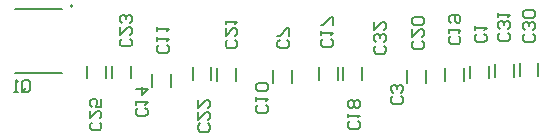
<source format=gbo>
G04*
G04 #@! TF.GenerationSoftware,Altium Limited,Altium Designer,21.9.2 (33)*
G04*
G04 Layer_Color=32896*
%FSLAX23Y23*%
%MOIN*%
G70*
G04*
G04 #@! TF.SameCoordinates,057B0E17-ACE6-4E06-8752-021C102DDC49*
G04*
G04*
G04 #@! TF.FilePolarity,Positive*
G04*
G01*
G75*
%ADD10C,0.008*%
%ADD12C,0.005*%
D10*
X254Y504D02*
G03*
X254Y504I-4J0D01*
G01*
X1724Y266D02*
Y309D01*
X1661Y266D02*
Y309D01*
X1807Y270D02*
Y313D01*
X1744Y270D02*
Y313D01*
X366Y262D02*
Y305D01*
X303Y262D02*
Y305D01*
X449Y262D02*
Y305D01*
X386Y262D02*
Y305D01*
X717Y258D02*
Y301D01*
X654Y258D02*
Y301D01*
X799Y254D02*
Y297D01*
X736Y254D02*
Y297D01*
X1433Y246D02*
Y289D01*
X1370Y246D02*
Y289D01*
X1559Y254D02*
Y297D01*
X1496Y254D02*
Y297D01*
X1220Y258D02*
Y301D01*
X1157Y258D02*
Y301D01*
X1138Y258D02*
Y301D01*
X1075Y258D02*
Y301D01*
X520Y234D02*
Y278D01*
X583Y234D02*
Y278D01*
X921Y246D02*
Y289D01*
X984Y246D02*
Y289D01*
X1642Y262D02*
Y305D01*
X1579Y262D02*
Y305D01*
X87Y223D02*
Y249D01*
X93Y256D01*
X106D01*
X113Y249D01*
Y223D01*
X106Y217D01*
X93D01*
X100Y230D02*
X87Y217D01*
X93D02*
X87Y223D01*
X73Y217D02*
X60D01*
X67D01*
Y256D01*
X73Y249D01*
X1293Y371D02*
X1299Y365D01*
Y352D01*
X1293Y345D01*
X1266D01*
X1260Y352D01*
Y365D01*
X1266Y371D01*
X1293Y385D02*
X1299Y391D01*
Y404D01*
X1293Y411D01*
X1286D01*
X1280Y404D01*
Y398D01*
Y404D01*
X1273Y411D01*
X1266D01*
X1260Y404D01*
Y391D01*
X1266Y385D01*
X1260Y450D02*
Y424D01*
X1286Y450D01*
X1293D01*
X1299Y444D01*
Y430D01*
X1293Y424D01*
X1706Y413D02*
X1713Y407D01*
Y394D01*
X1706Y387D01*
X1680D01*
X1673Y394D01*
Y407D01*
X1680Y413D01*
X1706Y427D02*
X1713Y433D01*
Y446D01*
X1706Y453D01*
X1699D01*
X1693Y446D01*
Y440D01*
Y446D01*
X1686Y453D01*
X1680D01*
X1673Y446D01*
Y433D01*
X1680Y427D01*
X1673Y466D02*
Y479D01*
Y472D01*
X1713D01*
X1706Y466D01*
X1789Y411D02*
X1795Y404D01*
Y391D01*
X1789Y385D01*
X1762D01*
X1756Y391D01*
Y404D01*
X1762Y411D01*
X1789Y424D02*
X1795Y430D01*
Y444D01*
X1789Y450D01*
X1782D01*
X1776Y444D01*
Y437D01*
Y444D01*
X1769Y450D01*
X1762D01*
X1756Y444D01*
Y430D01*
X1762Y424D01*
X1789Y463D02*
X1795Y470D01*
Y483D01*
X1789Y489D01*
X1762D01*
X1756Y483D01*
Y470D01*
X1762Y463D01*
X1789D01*
X344Y115D02*
X350Y109D01*
Y96D01*
X344Y89D01*
X318D01*
X311Y96D01*
Y109D01*
X318Y115D01*
X311Y155D02*
Y129D01*
X337Y155D01*
X344D01*
X350Y148D01*
Y135D01*
X344Y129D01*
X350Y194D02*
Y168D01*
X331D01*
X337Y181D01*
Y188D01*
X331Y194D01*
X318D01*
X311Y188D01*
Y175D01*
X318Y168D01*
X446Y395D02*
X453Y388D01*
Y375D01*
X446Y369D01*
X420D01*
X413Y375D01*
Y388D01*
X420Y395D01*
X413Y434D02*
Y408D01*
X440Y434D01*
X446D01*
X453Y428D01*
Y415D01*
X446Y408D01*
Y447D02*
X453Y454D01*
Y467D01*
X446Y474D01*
X440D01*
X433Y467D01*
Y461D01*
Y467D01*
X427Y474D01*
X420D01*
X413Y467D01*
Y454D01*
X420Y447D01*
X706Y112D02*
X713Y105D01*
Y92D01*
X706Y85D01*
X680D01*
X673Y92D01*
Y105D01*
X680Y112D01*
X673Y151D02*
Y125D01*
X699Y151D01*
X706D01*
X713Y144D01*
Y131D01*
X706Y125D01*
X673Y190D02*
Y164D01*
X699Y190D01*
X706D01*
X713Y184D01*
Y171D01*
X706Y164D01*
X797Y390D02*
X803Y383D01*
Y370D01*
X797Y364D01*
X770D01*
X764Y370D01*
Y383D01*
X770Y390D01*
X764Y429D02*
Y403D01*
X790Y429D01*
X797D01*
X803Y423D01*
Y409D01*
X797Y403D01*
X764Y442D02*
Y455D01*
Y449D01*
X803D01*
X797Y442D01*
X1419Y387D02*
X1425Y381D01*
Y367D01*
X1419Y361D01*
X1392D01*
X1386Y367D01*
Y381D01*
X1392Y387D01*
X1386Y427D02*
Y400D01*
X1412Y427D01*
X1419D01*
X1425Y420D01*
Y407D01*
X1419Y400D01*
Y440D02*
X1425Y446D01*
Y459D01*
X1419Y466D01*
X1392D01*
X1386Y459D01*
Y446D01*
X1392Y440D01*
X1419D01*
X1541Y402D02*
X1547Y396D01*
Y383D01*
X1541Y376D01*
X1514D01*
X1508Y383D01*
Y396D01*
X1514Y402D01*
X1508Y415D02*
Y428D01*
Y422D01*
X1547D01*
X1541Y415D01*
X1514Y448D02*
X1508Y455D01*
Y468D01*
X1514Y474D01*
X1541D01*
X1547Y468D01*
Y455D01*
X1541Y448D01*
X1534D01*
X1528Y455D01*
Y474D01*
X1206Y119D02*
X1213Y112D01*
Y99D01*
X1206Y93D01*
X1180D01*
X1173Y99D01*
Y112D01*
X1180Y119D01*
X1173Y132D02*
Y145D01*
Y138D01*
X1213D01*
X1206Y132D01*
Y165D02*
X1213Y171D01*
Y184D01*
X1206Y191D01*
X1199D01*
X1193Y184D01*
X1186Y191D01*
X1180D01*
X1173Y184D01*
Y171D01*
X1180Y165D01*
X1186D01*
X1193Y171D01*
X1199Y165D01*
X1206D01*
X1193Y171D02*
Y184D01*
X1115Y394D02*
X1122Y388D01*
Y375D01*
X1115Y368D01*
X1089D01*
X1083Y375D01*
Y388D01*
X1089Y394D01*
X1083Y407D02*
Y421D01*
Y414D01*
X1122D01*
X1115Y407D01*
X1122Y440D02*
Y467D01*
X1115D01*
X1089Y440D01*
X1083D01*
X497Y162D02*
X504Y156D01*
Y142D01*
X497Y136D01*
X471D01*
X465Y142D01*
Y156D01*
X471Y162D01*
X465Y175D02*
Y188D01*
Y182D01*
X504D01*
X497Y175D01*
X465Y228D02*
X504D01*
X484Y208D01*
Y234D01*
X568Y373D02*
X575Y367D01*
Y354D01*
X568Y347D01*
X542D01*
X535Y354D01*
Y367D01*
X542Y373D01*
X535Y386D02*
Y400D01*
Y393D01*
X575D01*
X568Y386D01*
X535Y419D02*
Y432D01*
Y426D01*
X575D01*
X568Y419D01*
X899Y174D02*
X906Y167D01*
Y154D01*
X899Y148D01*
X873D01*
X866Y154D01*
Y167D01*
X873Y174D01*
X866Y187D02*
Y200D01*
Y194D01*
X906D01*
X899Y187D01*
Y220D02*
X906Y226D01*
Y239D01*
X899Y246D01*
X873D01*
X866Y239D01*
Y226D01*
X873Y220D01*
X899D01*
X970Y391D02*
X976Y385D01*
Y371D01*
X970Y365D01*
X944D01*
X937Y371D01*
Y385D01*
X944Y391D01*
X976Y404D02*
Y430D01*
X970D01*
X944Y404D01*
X937D01*
X1348Y202D02*
X1354Y196D01*
Y182D01*
X1348Y176D01*
X1322D01*
X1315Y182D01*
Y196D01*
X1322Y202D01*
X1348Y215D02*
X1354Y222D01*
Y235D01*
X1348Y241D01*
X1341D01*
X1335Y235D01*
Y228D01*
Y235D01*
X1328Y241D01*
X1322D01*
X1315Y235D01*
Y222D01*
X1322Y215D01*
X1627Y409D02*
X1634Y403D01*
Y390D01*
X1627Y383D01*
X1601D01*
X1594Y390D01*
Y403D01*
X1601Y409D01*
X1594Y423D02*
Y436D01*
Y429D01*
X1634D01*
X1627Y423D01*
D12*
X62Y279D02*
X218D01*
X62Y493D02*
X218D01*
M02*

</source>
